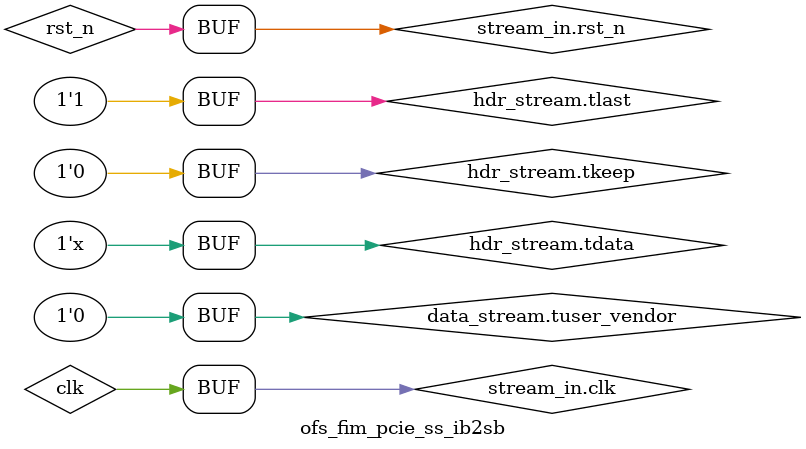
<source format=sv>


module ofs_fim_pcie_ss_ib2sb
  #(
    )
   (
    // Input stream with in-band headers.
    pcie_ss_axis_if.sink stream_in,

    // Output stream with side-band headers. Headers will be added at
    // the high end of tuser_vendor.
    pcie_ss_axis_if.source stream_out
    );

    logic clk;
    assign clk = stream_in.clk;
    logic rst_n;
    assign rst_n = stream_in.rst_n;

    localparam TDATA_WIDTH = $bits(stream_out.tdata);
    localparam TKEEP_WIDTH = TDATA_WIDTH/8;
    localparam IN_TUSER_WIDTH = $bits(stream_in.tuser_vendor);
    localparam OUT_TUSER_WIDTH = $bits(stream_out.tuser_vendor);

    // Size of a header. All header types are the same size.
    localparam HDR_WIDTH = $bits(pcie_ss_hdr_pkg::PCIe_PUReqHdr_t);
    localparam HDR_TKEEP_WIDTH = HDR_WIDTH / 8;

    // Size of the data portion when a header that starts at tdata[0] is also present.
    localparam DATA_AFTER_HDR_WIDTH = TDATA_WIDTH - HDR_WIDTH;
    localparam DATA_AFTER_HDR_TKEEP_WIDTH = DATA_AFTER_HDR_WIDTH / 8;

    // synthesis translate_off
    initial
    begin : error_proc
        if (TDATA_WIDTH != $bits(stream_in.tdata))
            $fatal(2, "** ERROR ** %m: TDATA width mismatch (in %0d, out %0d)", $bits(stream_in.tdata), TDATA_WIDTH);
        if (IN_TUSER_WIDTH + HDR_WIDTH != OUT_TUSER_WIDTH) begin
            $fatal(2, "** ERROR ** %m: TUSER width mismatch (in %0d, out %0d+%0d)", OUT_TUSER_WIDTH,
                   IN_TUSER_WIDTH, HDR_WIDTH);
        end
    end
    // synthesis translate_on


    // ====================================================================
    //
    //  Add a skid buffer on input for timing
    //
    // ====================================================================

    pcie_ss_axis_if #(.DATA_W(TDATA_WIDTH), .USER_W(IN_TUSER_WIDTH)) source_skid(clk, rst_n);
    ofs_fim_axis_pipeline #(.TDATA_WIDTH(TDATA_WIDTH), .TUSER_WIDTH(IN_TUSER_WIDTH))
        conn_source_skid (.clk, .rst_n, .axis_s(stream_in), .axis_m(source_skid));

    logic source_skid_sop;
    always_ff @(posedge clk)
    begin
        if (source_skid.tready && source_skid.tvalid)
            source_skid_sop <= source_skid.tlast;

        if (!rst_n)
            source_skid_sop <= 1'b1;
    end


    // ====================================================================
    //
    //  Split the headers and data streams
    //
    // ====================================================================

    pcie_ss_axis_if #(.DATA_W(TDATA_WIDTH), .USER_W(IN_TUSER_WIDTH)) hdr_stream(clk, rst_n);
    pcie_ss_axis_if #(.DATA_W(TDATA_WIDTH), .USER_W(IN_TUSER_WIDTH)) data_stream(clk, rst_n);

    logic prev_must_drain;

    // New message available and there is somewhere to put it?
    wire process_msg = source_skid.tvalid && source_skid.tready;
    wire process_drain = prev_must_drain && data_stream.tready;

    assign source_skid.tready = hdr_stream.tready && data_stream.tready;

    //
    // Requirements:
    //  - There is at most one header per beat in the incoming tdata stream.
    //  - All headers begin at tdata[0].
    //

    // Header - only when SOP in the incoming stream
    assign hdr_stream.tvalid = process_msg && source_skid_sop;
    assign hdr_stream.tdata = { '0, source_skid.tdata[$bits(pcie_ss_hdr_pkg::PCIe_CplHdr_t)-1 : 0] };
    assign hdr_stream.tuser_vendor = source_skid.tuser_vendor;
    assign hdr_stream.tkeep = 64'((65'h1 << ($bits(pcie_ss_hdr_pkg::PCIe_CplHdr_t)) / 8) - 1);
    assign hdr_stream.tlast = 1'b1;


    // Data - either directly from the stream for short messages or
    // by combining the current and previous messages.

    // Record the previous data in case it is needed later.
    logic [TDATA_WIDTH-1:0] prev_payload;
    logic [(TDATA_WIDTH/8)-1:0] prev_keep;
    always_ff @(posedge clk)
    begin
        if (process_drain)
        begin
            prev_must_drain <= 1'b0;
        end
        if (process_msg)
        begin
            prev_payload <= source_skid.tdata;
            prev_keep <= source_skid.tkeep;
            // Either there is data that won't fit in this beat or the data+header
            // is a single beat.
            prev_must_drain <= source_skid.tlast &&
                               (source_skid.tkeep[HDR_TKEEP_WIDTH] || source_skid_sop);
        end

        if (!rst_n)
        begin
            prev_must_drain <= 1'b0;
        end
    end

    // Continuation of multi-cycle data?
    logic payload_is_pure_data;
    assign payload_is_pure_data = !source_skid_sop;

    assign data_stream.tvalid = (process_msg && payload_is_pure_data) || process_drain;

    always_comb
    begin
        data_stream.tlast = (source_skid.tlast && !source_skid.tkeep[HDR_TKEEP_WIDTH]) ||
                            prev_must_drain;
        data_stream.tuser_vendor = '0;

        // Realign data - low part from previous flit, high part from current
        data_stream.tdata =
            { source_skid.tdata[0 +: HDR_WIDTH],
              prev_payload[HDR_WIDTH +: DATA_AFTER_HDR_WIDTH] };
        data_stream.tkeep =
            { source_skid.tkeep[0 +: HDR_TKEEP_WIDTH],
              prev_keep[HDR_TKEEP_WIDTH +: DATA_AFTER_HDR_TKEEP_WIDTH] };

        if (prev_must_drain)
        begin
            data_stream.tdata[DATA_AFTER_HDR_WIDTH +: HDR_WIDTH] = '0;
            data_stream.tkeep[DATA_AFTER_HDR_TKEEP_WIDTH +: HDR_TKEEP_WIDTH] = '0;
        end
    end


    // ====================================================================
    //
    //  Outbound buffers
    //
    // ====================================================================
    
    // Header must be a skid buffer to avoid deadlocks, as headers may arrive
    // before the payload.
    pcie_ss_axis_if #(.DATA_W(HDR_WIDTH), .USER_W(IN_TUSER_WIDTH)) hdr_stream_sink(clk, rst_n);
    ofs_fim_axis_pipeline #(.PL_DEPTH(2), .TDATA_WIDTH(TDATA_WIDTH), .TUSER_WIDTH(IN_TUSER_WIDTH)) 
        conn_hdr_skid (.clk, .rst_n, .axis_s(hdr_stream), .axis_m(hdr_stream_sink));

    // Just a register
    pcie_ss_axis_if #(.DATA_W(TDATA_WIDTH), .USER_W(IN_TUSER_WIDTH)) data_stream_sink(clk, rst_n);
    ofs_fim_axis_pipeline #(.MODE(1), .TDATA_WIDTH(TDATA_WIDTH), .TUSER_WIDTH(IN_TUSER_WIDTH))
        conn_data_skid (.clk, .rst_n, .axis_s(data_stream), .axis_m(data_stream_sink));

    // Map data and header to a single interface
    logic out_sop;
    assign stream_out.tvalid = data_stream_sink.tvalid && (!out_sop || hdr_stream_sink.tvalid);
    assign stream_out.tdata = data_stream_sink.tdata;
    assign stream_out.tkeep = data_stream_sink.tkeep;
    assign stream_out.tlast = data_stream_sink.tlast;
    assign stream_out.tuser_vendor =
               out_sop ? { hdr_stream_sink.tdata, hdr_stream_sink.tuser_vendor } : '0;
                                     
    assign data_stream_sink.tready = stream_out.tready && (!out_sop || hdr_stream_sink.tvalid);
    assign hdr_stream_sink.tready = stream_out.tready && out_sop && data_stream_sink.tvalid;

    always_ff @(posedge clk)
    begin
        if (stream_out.tvalid && stream_out.tready)
            out_sop <= stream_out.tlast;

        if (!rst_n)
            out_sop <= 1'b1;
    end

endmodule // ofs_fim_pcie_ss_ib2sb

</source>
